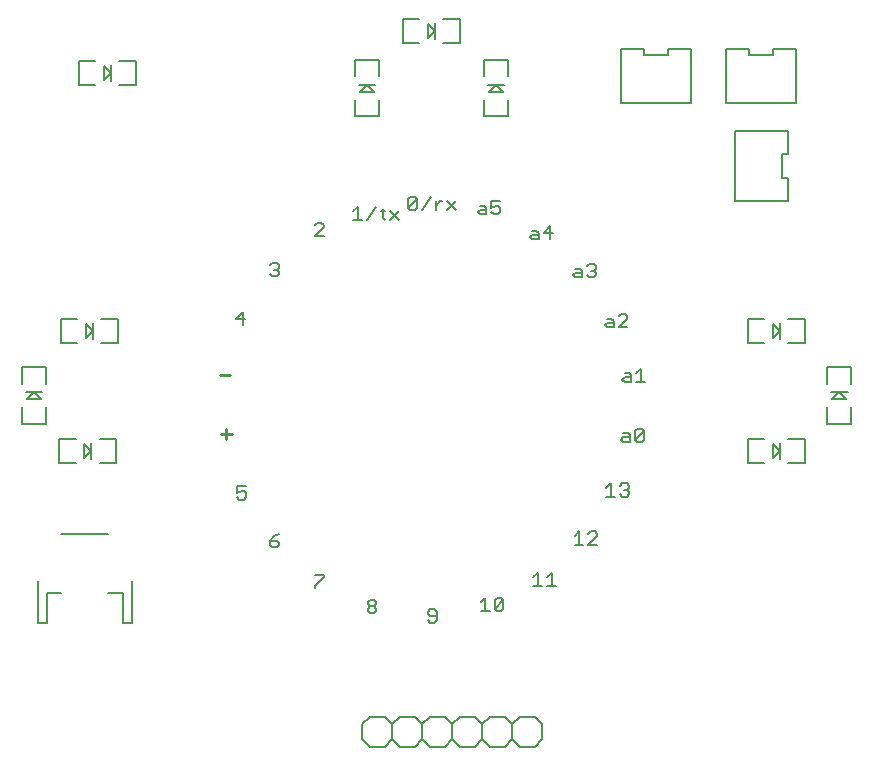
<source format=gto>
G75*
%MOIN*%
%OFA0B0*%
%FSLAX25Y25*%
%IPPOS*%
%LPD*%
%AMOC8*
5,1,8,0,0,1.08239X$1,22.5*
%
%ADD10C,0.00600*%
%ADD11C,0.00900*%
%ADD12C,0.00800*%
D10*
X0191328Y0169294D02*
X0192062Y0168560D01*
X0193529Y0168560D01*
X0194263Y0169294D01*
X0194263Y0170028D01*
X0193529Y0170762D01*
X0191328Y0170762D01*
X0191328Y0169294D01*
X0191328Y0170762D02*
X0192795Y0172230D01*
X0194263Y0172964D01*
X0182624Y0184422D02*
X0181156Y0184422D01*
X0180422Y0185156D01*
X0180422Y0186624D02*
X0181890Y0187358D01*
X0182624Y0187358D01*
X0183358Y0186624D01*
X0183358Y0185156D01*
X0182624Y0184422D01*
X0180422Y0186624D02*
X0180422Y0188826D01*
X0183358Y0188826D01*
X0206446Y0159302D02*
X0209382Y0159302D01*
X0209382Y0158568D01*
X0206446Y0155632D01*
X0206446Y0154898D01*
X0223887Y0150301D02*
X0223887Y0149567D01*
X0224621Y0148833D01*
X0226088Y0148833D01*
X0226822Y0148099D01*
X0226822Y0147365D01*
X0226088Y0146631D01*
X0224621Y0146631D01*
X0223887Y0147365D01*
X0223887Y0148099D01*
X0224621Y0148833D01*
X0226088Y0148833D02*
X0226822Y0149567D01*
X0226822Y0150301D01*
X0226088Y0151034D01*
X0224621Y0151034D01*
X0223887Y0150301D01*
X0243965Y0147112D02*
X0243965Y0146378D01*
X0244699Y0145644D01*
X0246901Y0145644D01*
X0246901Y0144176D02*
X0246901Y0147112D01*
X0246167Y0147845D01*
X0244699Y0147845D01*
X0243965Y0147112D01*
X0243965Y0144176D02*
X0244699Y0143442D01*
X0246167Y0143442D01*
X0246901Y0144176D01*
X0261603Y0147339D02*
X0264539Y0147339D01*
X0263071Y0147339D02*
X0263071Y0151743D01*
X0261603Y0150275D01*
X0266207Y0151009D02*
X0266207Y0148073D01*
X0269143Y0151009D01*
X0269143Y0148073D01*
X0268409Y0147339D01*
X0266941Y0147339D01*
X0266207Y0148073D01*
X0266207Y0151009D02*
X0266941Y0151743D01*
X0268409Y0151743D01*
X0269143Y0151009D01*
X0279123Y0155725D02*
X0282059Y0155725D01*
X0280591Y0155725D02*
X0280591Y0160129D01*
X0279123Y0158661D01*
X0283727Y0158661D02*
X0285195Y0160129D01*
X0285195Y0155725D01*
X0283727Y0155725D02*
X0286663Y0155725D01*
X0292902Y0169426D02*
X0295838Y0169426D01*
X0294370Y0169426D02*
X0294370Y0173830D01*
X0292902Y0172362D01*
X0297506Y0173096D02*
X0298240Y0173830D01*
X0299708Y0173830D01*
X0300442Y0173096D01*
X0300442Y0172362D01*
X0297506Y0169426D01*
X0300442Y0169426D01*
X0303422Y0185422D02*
X0306358Y0185422D01*
X0304890Y0185422D02*
X0304890Y0189826D01*
X0303422Y0188358D01*
X0308026Y0189092D02*
X0308760Y0189826D01*
X0310228Y0189826D01*
X0310962Y0189092D01*
X0310962Y0188358D01*
X0310228Y0187624D01*
X0310962Y0186890D01*
X0310962Y0186156D01*
X0310228Y0185422D01*
X0308760Y0185422D01*
X0308026Y0186156D01*
X0309494Y0187624D02*
X0310228Y0187624D01*
X0309148Y0203678D02*
X0308414Y0204412D01*
X0309148Y0205146D01*
X0311350Y0205146D01*
X0311350Y0205880D02*
X0311350Y0203678D01*
X0309148Y0203678D01*
X0309148Y0206614D02*
X0310616Y0206614D01*
X0311350Y0205880D01*
X0313018Y0207348D02*
X0313752Y0208082D01*
X0315220Y0208082D01*
X0315954Y0207348D01*
X0313018Y0204412D01*
X0313752Y0203678D01*
X0315220Y0203678D01*
X0315954Y0204412D01*
X0315954Y0207348D01*
X0313018Y0207348D02*
X0313018Y0204412D01*
X0313412Y0223717D02*
X0316348Y0223717D01*
X0314880Y0223717D02*
X0314880Y0228121D01*
X0313412Y0226653D01*
X0311744Y0225919D02*
X0311744Y0223717D01*
X0309542Y0223717D01*
X0308808Y0224451D01*
X0309542Y0225185D01*
X0311744Y0225185D01*
X0311744Y0225919D02*
X0311010Y0226653D01*
X0309542Y0226653D01*
X0310481Y0241828D02*
X0307546Y0241828D01*
X0310481Y0244763D01*
X0310481Y0245497D01*
X0309748Y0246231D01*
X0308280Y0246231D01*
X0307546Y0245497D01*
X0305878Y0244029D02*
X0305144Y0244763D01*
X0303676Y0244763D01*
X0303676Y0243295D02*
X0305878Y0243295D01*
X0305878Y0244029D02*
X0305878Y0241828D01*
X0303676Y0241828D01*
X0302942Y0242562D01*
X0303676Y0243295D01*
X0299196Y0258520D02*
X0297728Y0258520D01*
X0296994Y0259254D01*
X0295326Y0258520D02*
X0295326Y0260722D01*
X0294592Y0261456D01*
X0293125Y0261456D01*
X0293125Y0259988D02*
X0295326Y0259988D01*
X0295326Y0258520D02*
X0293125Y0258520D01*
X0292391Y0259254D01*
X0293125Y0259988D01*
X0296994Y0262190D02*
X0297728Y0262924D01*
X0299196Y0262924D01*
X0299930Y0262190D01*
X0299930Y0261456D01*
X0299196Y0260722D01*
X0299930Y0259988D01*
X0299930Y0259254D01*
X0299196Y0258520D01*
X0299196Y0260722D02*
X0298462Y0260722D01*
X0284787Y0271198D02*
X0284787Y0275601D01*
X0282585Y0273400D01*
X0285521Y0273400D01*
X0280917Y0273400D02*
X0280917Y0271198D01*
X0278715Y0271198D01*
X0277981Y0271932D01*
X0278715Y0272666D01*
X0280917Y0272666D01*
X0280917Y0273400D02*
X0280183Y0274133D01*
X0278715Y0274133D01*
X0268080Y0280239D02*
X0267346Y0279505D01*
X0265878Y0279505D01*
X0265144Y0280239D01*
X0265144Y0281707D02*
X0266612Y0282441D01*
X0267346Y0282441D01*
X0268080Y0281707D01*
X0268080Y0280239D01*
X0265144Y0281707D02*
X0265144Y0283908D01*
X0268080Y0283908D01*
X0263476Y0281707D02*
X0263476Y0279505D01*
X0261274Y0279505D01*
X0260540Y0280239D01*
X0261274Y0280973D01*
X0263476Y0280973D01*
X0263476Y0281707D02*
X0262742Y0282441D01*
X0261274Y0282441D01*
X0253402Y0283858D02*
X0250466Y0280922D01*
X0250466Y0283858D02*
X0253402Y0280922D01*
X0248832Y0283858D02*
X0248098Y0283858D01*
X0246630Y0282390D01*
X0246630Y0280922D02*
X0246630Y0283858D01*
X0244962Y0285326D02*
X0242026Y0280922D01*
X0240358Y0281656D02*
X0239624Y0280922D01*
X0238156Y0280922D01*
X0237422Y0281656D01*
X0240358Y0284592D01*
X0240358Y0281656D01*
X0240358Y0284592D02*
X0239624Y0285326D01*
X0238156Y0285326D01*
X0237422Y0284592D01*
X0237422Y0281656D01*
X0234296Y0280630D02*
X0231361Y0277694D01*
X0229759Y0277694D02*
X0229025Y0278428D01*
X0229025Y0281363D01*
X0228291Y0280630D02*
X0229759Y0280630D01*
X0231361Y0280630D02*
X0234296Y0277694D01*
X0226623Y0282097D02*
X0223687Y0277694D01*
X0222019Y0277694D02*
X0219083Y0277694D01*
X0220551Y0277694D02*
X0220551Y0282097D01*
X0219083Y0280630D01*
X0209224Y0275891D02*
X0208490Y0276625D01*
X0207022Y0276625D01*
X0206288Y0275891D01*
X0209224Y0275891D02*
X0209224Y0275157D01*
X0206288Y0272221D01*
X0209224Y0272221D01*
X0194263Y0262505D02*
X0194263Y0261771D01*
X0193529Y0261037D01*
X0194263Y0260303D01*
X0194263Y0259569D01*
X0193529Y0258835D01*
X0192062Y0258835D01*
X0191328Y0259569D01*
X0192795Y0261037D02*
X0193529Y0261037D01*
X0194263Y0262505D02*
X0193529Y0263239D01*
X0192062Y0263239D01*
X0191328Y0262505D01*
X0182388Y0246901D02*
X0180186Y0244699D01*
X0183122Y0244699D01*
X0182388Y0242497D02*
X0182388Y0246901D01*
D11*
X0177975Y0226124D02*
X0174572Y0226124D01*
X0176840Y0207963D02*
X0176840Y0204561D01*
X0175139Y0206262D02*
X0178542Y0206262D01*
D12*
X0117024Y0143406D02*
X0113874Y0143406D01*
X0113874Y0157185D01*
X0117024Y0153248D02*
X0121748Y0153248D01*
X0117024Y0153248D02*
X0117024Y0143406D01*
X0137496Y0153248D02*
X0142220Y0153248D01*
X0142220Y0143406D01*
X0145370Y0143406D01*
X0145370Y0157185D01*
X0137496Y0172933D02*
X0121748Y0172933D01*
X0121173Y0196685D02*
X0126685Y0196685D01*
X0129441Y0198260D02*
X0131803Y0200622D01*
X0129441Y0202984D01*
X0129441Y0198260D01*
X0131803Y0197866D02*
X0131803Y0200622D01*
X0131803Y0203378D01*
X0134559Y0204559D02*
X0140071Y0204559D01*
X0140071Y0196685D01*
X0134559Y0196685D01*
X0126685Y0204559D02*
X0121173Y0204559D01*
X0121173Y0196685D01*
X0116559Y0209673D02*
X0108685Y0209673D01*
X0108685Y0215185D01*
X0110260Y0217941D02*
X0114984Y0217941D01*
X0112622Y0220303D01*
X0110260Y0217941D01*
X0109866Y0220303D02*
X0112622Y0220303D01*
X0115378Y0220303D01*
X0116559Y0223059D02*
X0116559Y0228571D01*
X0108685Y0228571D01*
X0108685Y0223059D01*
X0116559Y0215185D02*
X0116559Y0209673D01*
X0121673Y0236685D02*
X0127185Y0236685D01*
X0129941Y0238260D02*
X0132303Y0240622D01*
X0129941Y0242984D01*
X0129941Y0238260D01*
X0132303Y0237866D02*
X0132303Y0240622D01*
X0132303Y0243378D01*
X0135059Y0244559D02*
X0140571Y0244559D01*
X0140571Y0236685D01*
X0135059Y0236685D01*
X0127185Y0244559D02*
X0121673Y0244559D01*
X0121673Y0236685D01*
X0127673Y0322685D02*
X0133185Y0322685D01*
X0135941Y0324260D02*
X0138303Y0326622D01*
X0135941Y0328984D01*
X0135941Y0324260D01*
X0138303Y0323866D02*
X0138303Y0326622D01*
X0138303Y0329378D01*
X0141059Y0330559D02*
X0146571Y0330559D01*
X0146571Y0322685D01*
X0141059Y0322685D01*
X0133185Y0330559D02*
X0127673Y0330559D01*
X0127673Y0322685D01*
X0219685Y0325559D02*
X0219685Y0331071D01*
X0227559Y0331071D01*
X0227559Y0325559D01*
X0226378Y0322803D02*
X0223622Y0322803D01*
X0225984Y0320441D01*
X0221260Y0320441D01*
X0223622Y0322803D01*
X0220866Y0322803D01*
X0219685Y0317685D02*
X0219685Y0312173D01*
X0227559Y0312173D01*
X0227559Y0317685D01*
X0235673Y0336685D02*
X0241185Y0336685D01*
X0243941Y0338260D02*
X0246303Y0340622D01*
X0243941Y0342984D01*
X0243941Y0338260D01*
X0246303Y0337866D02*
X0246303Y0340622D01*
X0246303Y0343378D01*
X0249059Y0344559D02*
X0254571Y0344559D01*
X0254571Y0336685D01*
X0249059Y0336685D01*
X0241185Y0344559D02*
X0235673Y0344559D01*
X0235673Y0336685D01*
X0262685Y0331071D02*
X0262685Y0325559D01*
X0263866Y0322803D02*
X0266622Y0322803D01*
X0268984Y0320441D01*
X0264260Y0320441D01*
X0266622Y0322803D01*
X0269378Y0322803D01*
X0270559Y0325559D02*
X0270559Y0331071D01*
X0262685Y0331071D01*
X0262685Y0317685D02*
X0262685Y0312173D01*
X0270559Y0312173D01*
X0270559Y0317685D01*
X0308508Y0316764D02*
X0308508Y0334480D01*
X0316185Y0334480D01*
X0316185Y0332512D01*
X0324059Y0332512D01*
X0324059Y0334480D01*
X0331736Y0334480D01*
X0331736Y0316764D01*
X0308508Y0316764D01*
X0343508Y0316764D02*
X0343508Y0334480D01*
X0351185Y0334480D01*
X0351185Y0332512D01*
X0359059Y0332512D01*
X0359059Y0334480D01*
X0366736Y0334480D01*
X0366736Y0316764D01*
X0343508Y0316764D01*
X0346264Y0307236D02*
X0363980Y0307236D01*
X0363980Y0299559D01*
X0362012Y0299559D01*
X0362012Y0291685D01*
X0363980Y0291685D01*
X0363980Y0284008D01*
X0346264Y0284008D01*
X0346264Y0307236D01*
X0350673Y0244559D02*
X0350673Y0236685D01*
X0356185Y0236685D01*
X0358941Y0238260D02*
X0361303Y0240622D01*
X0358941Y0242984D01*
X0358941Y0238260D01*
X0361303Y0237866D02*
X0361303Y0240622D01*
X0361303Y0243378D01*
X0364059Y0244559D02*
X0369571Y0244559D01*
X0369571Y0236685D01*
X0364059Y0236685D01*
X0356185Y0244559D02*
X0350673Y0244559D01*
X0377185Y0228571D02*
X0377185Y0223059D01*
X0378366Y0220303D02*
X0381122Y0220303D01*
X0383484Y0217941D01*
X0378760Y0217941D01*
X0381122Y0220303D01*
X0383878Y0220303D01*
X0385059Y0223059D02*
X0385059Y0228571D01*
X0377185Y0228571D01*
X0377185Y0215185D02*
X0377185Y0209673D01*
X0385059Y0209673D01*
X0385059Y0215185D01*
X0369571Y0204559D02*
X0369571Y0196685D01*
X0364059Y0196685D01*
X0361303Y0197866D02*
X0361303Y0200622D01*
X0358941Y0198260D01*
X0358941Y0202984D01*
X0361303Y0200622D01*
X0361303Y0203378D01*
X0364059Y0204559D02*
X0369571Y0204559D01*
X0356185Y0204559D02*
X0350673Y0204559D01*
X0350673Y0196685D01*
X0356185Y0196685D01*
X0279622Y0112122D02*
X0274622Y0112122D01*
X0272122Y0109622D01*
X0272122Y0104622D01*
X0269622Y0102122D01*
X0264622Y0102122D01*
X0262122Y0104622D01*
X0262122Y0109622D01*
X0264622Y0112122D01*
X0269622Y0112122D01*
X0272122Y0109622D01*
X0272122Y0104622D02*
X0274622Y0102122D01*
X0279622Y0102122D01*
X0282122Y0104622D01*
X0282122Y0109622D01*
X0279622Y0112122D01*
X0262122Y0109622D02*
X0259622Y0112122D01*
X0254622Y0112122D01*
X0252122Y0109622D01*
X0252122Y0104622D01*
X0249622Y0102122D01*
X0244622Y0102122D01*
X0242122Y0104622D01*
X0242122Y0109622D01*
X0244622Y0112122D01*
X0249622Y0112122D01*
X0252122Y0109622D01*
X0252122Y0104622D02*
X0254622Y0102122D01*
X0259622Y0102122D01*
X0262122Y0104622D01*
X0242122Y0104622D02*
X0239622Y0102122D01*
X0234622Y0102122D01*
X0232122Y0104622D01*
X0232122Y0109622D01*
X0234622Y0112122D01*
X0239622Y0112122D01*
X0242122Y0109622D01*
X0232122Y0109622D02*
X0229622Y0112122D01*
X0224622Y0112122D01*
X0222122Y0109622D01*
X0222122Y0104622D01*
X0224622Y0102122D01*
X0229622Y0102122D01*
X0232122Y0104622D01*
M02*

</source>
